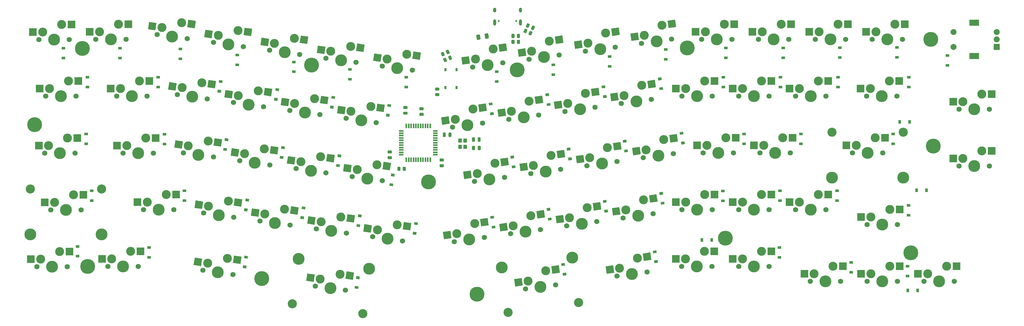
<source format=gbs>
%TF.GenerationSoftware,KiCad,Pcbnew,(5.1.9)-1*%
%TF.CreationDate,2021-06-29T22:15:06+01:00*%
%TF.ProjectId,Paul PCB KICAD,5061756c-2050-4434-9220-4b494341442e,rev?*%
%TF.SameCoordinates,Original*%
%TF.FileFunction,Soldermask,Bot*%
%TF.FilePolarity,Negative*%
%FSLAX46Y46*%
G04 Gerber Fmt 4.6, Leading zero omitted, Abs format (unit mm)*
G04 Created by KiCad (PCBNEW (5.1.9)-1) date 2021-06-29 22:15:06*
%MOMM*%
%LPD*%
G01*
G04 APERTURE LIST*
%ADD10R,0.750000X1.000000*%
%ADD11C,3.000000*%
%ADD12C,3.987800*%
%ADD13C,1.750000*%
%ADD14R,2.550000X2.500000*%
%ADD15C,0.100000*%
%ADD16C,3.048000*%
%ADD17C,5.000000*%
%ADD18C,2.000000*%
%ADD19R,3.200000X2.000000*%
%ADD20R,2.000000X2.000000*%
%ADD21O,1.000000X1.600000*%
%ADD22O,1.000000X2.100000*%
%ADD23C,0.650000*%
%ADD24R,1.200000X1.400000*%
%ADD25R,0.900000X1.200000*%
%ADD26R,1.200000X0.900000*%
%ADD27R,0.550000X1.500000*%
%ADD28R,1.500000X0.550000*%
G04 APERTURE END LIST*
D10*
%TO.C,SW1*%
X142570000Y67050000D03*
X142570000Y73050000D03*
X138820000Y67050000D03*
X138820000Y73050000D03*
%TD*%
D11*
%TO.C,MX111*%
X244710000Y69227500D03*
D12*
X242170000Y64147500D03*
D11*
X238360000Y66687500D03*
D13*
X237090000Y64147500D03*
X247250000Y64147500D03*
D14*
X235085000Y66687500D03*
X248012000Y69227500D03*
%TD*%
D15*
%TO.C,MX3*%
G36*
X71165587Y84677124D02*
G01*
X71513520Y87152794D01*
X74038703Y86797902D01*
X73690770Y84322232D01*
X71165587Y84677124D01*
G37*
G36*
X58010892Y83960933D02*
G01*
X58358825Y86436603D01*
X60884008Y86081711D01*
X60536075Y83606041D01*
X58010892Y83960933D01*
G37*
D13*
X71140562Y80813001D03*
X61079438Y82226999D03*
D11*
X62690578Y84565530D03*
D12*
X66110000Y81520000D03*
D11*
X69332280Y86197062D03*
%TD*%
%TO.C,MX304*%
X103801313Y23630114D03*
D12*
X100579033Y18953052D03*
D11*
X97159611Y21998582D03*
D13*
X95548471Y19660051D03*
X105609595Y18246053D03*
D15*
G36*
X92479925Y21393985D02*
G01*
X92827858Y23869655D01*
X95353041Y23514763D01*
X95005108Y21039093D01*
X92479925Y21393985D01*
G37*
G36*
X105634620Y22110176D02*
G01*
X105982553Y24585846D01*
X108507736Y24230954D01*
X108159803Y21755284D01*
X105634620Y22110176D01*
G37*
%TD*%
D11*
%TO.C,MX14*%
X289463750Y88297500D03*
D12*
X286923750Y83217500D03*
D11*
X283113750Y85757500D03*
D13*
X281843750Y83217500D03*
X292003750Y83217500D03*
D14*
X279838750Y85757500D03*
X292765750Y88297500D03*
%TD*%
D11*
%TO.C,MX6*%
X125912280Y78247062D03*
D12*
X122690000Y73570000D03*
D11*
X119270578Y76615530D03*
D13*
X117659438Y74276999D03*
X127720562Y72863001D03*
D15*
G36*
X114590892Y76010933D02*
G01*
X114938825Y78486603D01*
X117464008Y78131711D01*
X117116075Y75656041D01*
X114590892Y76010933D01*
G37*
G36*
X127745587Y76727124D02*
G01*
X128093520Y79202794D01*
X130618703Y78847902D01*
X130270770Y76372232D01*
X127745587Y76727124D01*
G37*
%TD*%
D11*
%TO.C,MX414*%
X306790000Y7140000D03*
D12*
X304250000Y2060000D03*
D11*
X300440000Y4600000D03*
D13*
X299170000Y2060000D03*
X309330000Y2060000D03*
D14*
X297165000Y4600000D03*
X310092000Y7140000D03*
%TD*%
D11*
%TO.C,MX412*%
X287760000Y7130000D03*
D12*
X285220000Y2050000D03*
D11*
X281410000Y4590000D03*
D13*
X280140000Y2050000D03*
X290300000Y2050000D03*
D14*
X278135000Y4590000D03*
X291062000Y7130000D03*
%TD*%
D11*
%TO.C,MX411*%
X268730000Y7140000D03*
D12*
X266190000Y2060000D03*
D11*
X262380000Y4600000D03*
D13*
X261110000Y2060000D03*
X271270000Y2060000D03*
D14*
X259105000Y4600000D03*
X272032000Y7140000D03*
%TD*%
D11*
%TO.C,MX410*%
X244720000Y12090000D03*
D12*
X242180000Y7010000D03*
D11*
X238370000Y9550000D03*
D13*
X237100000Y7010000D03*
X247260000Y7010000D03*
D14*
X235095000Y9550000D03*
X248022000Y12090000D03*
%TD*%
D11*
%TO.C,MX409*%
X225650000Y12090000D03*
D12*
X223110000Y7010000D03*
D11*
X219300000Y9550000D03*
D13*
X218030000Y7010000D03*
X228190000Y7010000D03*
D14*
X216025000Y9550000D03*
X228952000Y12090000D03*
%TD*%
D11*
%TO.C,MX408*%
X203143558Y9862189D03*
D12*
X201335276Y4478128D03*
D11*
X197208855Y6463159D03*
D13*
X196304714Y3771129D03*
X206365838Y5185127D03*
D15*
G36*
X192877102Y4592086D02*
G01*
X192529169Y7067756D01*
X195054352Y7422648D01*
X195402285Y4946978D01*
X192877102Y4592086D01*
G37*
G36*
X205324798Y8906458D02*
G01*
X204976865Y11382128D01*
X207502048Y11737020D01*
X207849981Y9261350D01*
X205324798Y8906458D01*
G37*
%TD*%
D11*
%TO.C,MX405*%
X148614642Y21435865D03*
D12*
X146806360Y16051804D03*
D11*
X142679939Y18036835D03*
D13*
X141775798Y15344805D03*
X151836922Y16758803D03*
D15*
G36*
X138348186Y16165762D02*
G01*
X138000253Y18641432D01*
X140525436Y18996324D01*
X140873369Y16520654D01*
X138348186Y16165762D01*
G37*
G36*
X150795882Y20480134D02*
G01*
X150447949Y22955804D01*
X152973132Y23310696D01*
X153321065Y20835026D01*
X150795882Y20480134D01*
G37*
%TD*%
D11*
%TO.C,MX314*%
X318620000Y45820000D03*
D12*
X316080000Y40740000D03*
D11*
X312270000Y43280000D03*
D13*
X311000000Y40740000D03*
X321160000Y40740000D03*
D14*
X308995000Y43280000D03*
X321922000Y45820000D03*
%TD*%
D11*
%TO.C,MX312*%
X287760000Y26180000D03*
D12*
X285220000Y21100000D03*
D11*
X281410000Y23640000D03*
D13*
X280140000Y21100000D03*
X290300000Y21100000D03*
D14*
X278135000Y23640000D03*
X291062000Y26180000D03*
%TD*%
D11*
%TO.C,MX311*%
X263760000Y31127500D03*
D12*
X261220000Y26047500D03*
D11*
X257410000Y28587500D03*
D13*
X256140000Y26047500D03*
X266300000Y26047500D03*
D14*
X254135000Y28587500D03*
X267062000Y31127500D03*
%TD*%
D11*
%TO.C,MX310*%
X244710000Y31127500D03*
D12*
X242170000Y26047500D03*
D11*
X238360000Y28587500D03*
D13*
X237090000Y26047500D03*
X247250000Y26047500D03*
D14*
X235085000Y28587500D03*
X248012000Y31127500D03*
%TD*%
D11*
%TO.C,MX309*%
X225660000Y31127500D03*
D12*
X223120000Y26047500D03*
D11*
X219310000Y28587500D03*
D13*
X218040000Y26047500D03*
X228200000Y26047500D03*
D14*
X216035000Y28587500D03*
X228962000Y31127500D03*
%TD*%
D11*
%TO.C,MX308*%
X205208462Y29389608D03*
D12*
X203400180Y24005547D03*
D11*
X199273759Y25990578D03*
D13*
X198369618Y23298548D03*
X208430742Y24712546D03*
D15*
G36*
X194942006Y24119505D02*
G01*
X194594073Y26595175D01*
X197119256Y26950067D01*
X197467189Y24474397D01*
X194942006Y24119505D01*
G37*
G36*
X207389702Y28433877D02*
G01*
X207041769Y30909547D01*
X209566952Y31264439D01*
X209914885Y28788769D01*
X207389702Y28433877D01*
G37*
%TD*%
D11*
%TO.C,MX307*%
X186343855Y26738360D03*
D12*
X184535573Y21354299D03*
D11*
X180409152Y23339330D03*
D13*
X179505011Y20647300D03*
X189566135Y22061298D03*
D15*
G36*
X176077399Y21468257D02*
G01*
X175729466Y23943927D01*
X178254649Y24298819D01*
X178602582Y21823149D01*
X176077399Y21468257D01*
G37*
G36*
X188525095Y25782629D02*
G01*
X188177162Y28258299D01*
X190702345Y28613191D01*
X191050278Y26137521D01*
X188525095Y25782629D01*
G37*
%TD*%
D11*
%TO.C,MX306*%
X167479249Y24087113D03*
D12*
X165670967Y18703052D03*
D11*
X161544546Y20688083D03*
D13*
X160640405Y17996053D03*
X170701529Y19410051D03*
D15*
G36*
X157212793Y18817010D02*
G01*
X156864860Y21292680D01*
X159390043Y21647572D01*
X159737976Y19171902D01*
X157212793Y18817010D01*
G37*
G36*
X169660489Y23131382D02*
G01*
X169312556Y25607052D01*
X171837739Y25961944D01*
X172185672Y23486274D01*
X169660489Y23131382D01*
G37*
%TD*%
D11*
%TO.C,MX305*%
X122665920Y20978866D03*
D12*
X119443640Y16301804D03*
D11*
X116024218Y19347334D03*
D13*
X114413078Y17008803D03*
X124474202Y15594805D03*
D15*
G36*
X111344532Y18742737D02*
G01*
X111692465Y21218407D01*
X114217648Y20863515D01*
X113869715Y18387845D01*
X111344532Y18742737D01*
G37*
G36*
X124499227Y19458928D02*
G01*
X124847160Y21934598D01*
X127372343Y21579706D01*
X127024410Y19104036D01*
X124499227Y19458928D01*
G37*
%TD*%
D11*
%TO.C,MX303*%
X84936707Y26281361D03*
D12*
X81714427Y21604299D03*
D11*
X78295005Y24649829D03*
D13*
X76683865Y22311298D03*
X86744989Y20897300D03*
D15*
G36*
X73615319Y24045232D02*
G01*
X73963252Y26520902D01*
X76488435Y26166010D01*
X76140502Y23690340D01*
X73615319Y24045232D01*
G37*
G36*
X86770014Y24761423D02*
G01*
X87117947Y27237093D01*
X89643130Y26882201D01*
X89295197Y24406531D01*
X86770014Y24761423D01*
G37*
%TD*%
D11*
%TO.C,MX302*%
X66072100Y28932609D03*
D12*
X62849820Y24255547D03*
D11*
X59430398Y27301077D03*
D13*
X57819258Y24962546D03*
X67880382Y23548548D03*
D15*
G36*
X54750712Y26696480D02*
G01*
X55098645Y29172150D01*
X57623828Y28817258D01*
X57275895Y26341588D01*
X54750712Y26696480D01*
G37*
G36*
X67905407Y27412671D02*
G01*
X68253340Y29888341D01*
X70778523Y29533449D01*
X70430590Y27057779D01*
X67905407Y27412671D01*
G37*
%TD*%
D11*
%TO.C,MX301*%
X45260000Y31120000D03*
D12*
X42720000Y26040000D03*
D11*
X38910000Y28580000D03*
D13*
X37640000Y26040000D03*
X47800000Y26040000D03*
D14*
X35635000Y28580000D03*
X48562000Y31120000D03*
%TD*%
D11*
%TO.C,MX214*%
X318620000Y64840000D03*
D12*
X316080000Y59760000D03*
D11*
X312270000Y62300000D03*
D13*
X311000000Y59760000D03*
X321160000Y59760000D03*
D14*
X308995000Y62300000D03*
X321922000Y64840000D03*
%TD*%
D11*
%TO.C,MX211*%
X251853750Y50177500D03*
D12*
X249313750Y45097500D03*
D11*
X245503750Y47637500D03*
D13*
X244233750Y45097500D03*
X254393750Y45097500D03*
D14*
X242228750Y47637500D03*
X255155750Y50177500D03*
%TD*%
D11*
%TO.C,MX210*%
X232803750Y50177500D03*
D12*
X230263750Y45097500D03*
D11*
X226453750Y47637500D03*
D13*
X225183750Y45097500D03*
X235343750Y45097500D03*
D14*
X223178750Y47637500D03*
X236105750Y50177500D03*
%TD*%
D11*
%TO.C,MX209*%
X211989518Y49579838D03*
D12*
X210181236Y44195777D03*
D11*
X206054815Y46180808D03*
D13*
X205150674Y43488778D03*
X215211798Y44902776D03*
D15*
G36*
X201723062Y44309735D02*
G01*
X201375129Y46785405D01*
X203900312Y47140297D01*
X204248245Y44664627D01*
X201723062Y44309735D01*
G37*
G36*
X214170758Y48624107D02*
G01*
X213822825Y51099777D01*
X216348008Y51454669D01*
X216695941Y48978999D01*
X214170758Y48624107D01*
G37*
%TD*%
D11*
%TO.C,MX208*%
X193124911Y46928591D03*
D12*
X191316629Y41544530D03*
D11*
X187190208Y43529561D03*
D13*
X186286067Y40837531D03*
X196347191Y42251529D03*
D15*
G36*
X182858455Y41658488D02*
G01*
X182510522Y44134158D01*
X185035705Y44489050D01*
X185383638Y42013380D01*
X182858455Y41658488D01*
G37*
G36*
X195306151Y45972860D02*
G01*
X194958218Y48448530D01*
X197483401Y48803422D01*
X197831334Y46327752D01*
X195306151Y45972860D01*
G37*
%TD*%
D11*
%TO.C,MX207*%
X174260304Y44277343D03*
D12*
X172452022Y38893282D03*
D11*
X168325601Y40878313D03*
D13*
X167421460Y38186283D03*
X177482584Y39600281D03*
D15*
G36*
X163993848Y39007240D02*
G01*
X163645915Y41482910D01*
X166171098Y41837802D01*
X166519031Y39362132D01*
X163993848Y39007240D01*
G37*
G36*
X176441544Y43321612D02*
G01*
X176093611Y45797282D01*
X178618794Y46152174D01*
X178966727Y43676504D01*
X176441544Y43321612D01*
G37*
%TD*%
D11*
%TO.C,MX206*%
X155395698Y41626096D03*
D12*
X153587416Y36242035D03*
D11*
X149460995Y38227066D03*
D13*
X148556854Y35535036D03*
X158617978Y36949034D03*
D15*
G36*
X145129242Y36355993D02*
G01*
X144781309Y38831663D01*
X147306492Y39186555D01*
X147654425Y36710885D01*
X145129242Y36355993D01*
G37*
G36*
X157576938Y40670365D02*
G01*
X157229005Y43146035D01*
X159754188Y43500927D01*
X160102121Y41025257D01*
X157576938Y40670365D01*
G37*
%TD*%
D11*
%TO.C,MX205*%
X115884864Y41169097D03*
D12*
X112662584Y36492035D03*
D11*
X109243162Y39537565D03*
D13*
X107632022Y37199034D03*
X117693146Y35785036D03*
D15*
G36*
X104563476Y38932968D02*
G01*
X104911409Y41408638D01*
X107436592Y41053746D01*
X107088659Y38578076D01*
X104563476Y38932968D01*
G37*
G36*
X117718171Y39649159D02*
G01*
X118066104Y42124829D01*
X120591287Y41769937D01*
X120243354Y39294267D01*
X117718171Y39649159D01*
G37*
%TD*%
D11*
%TO.C,MX204*%
X97020258Y43820344D03*
D12*
X93797978Y39143282D03*
D11*
X90378556Y42188812D03*
D13*
X88767416Y39850281D03*
X98828540Y38436283D03*
D15*
G36*
X85698870Y41584215D02*
G01*
X86046803Y44059885D01*
X88571986Y43704993D01*
X88224053Y41229323D01*
X85698870Y41584215D01*
G37*
G36*
X98853565Y42300406D02*
G01*
X99201498Y44776076D01*
X101726681Y44421184D01*
X101378748Y41945514D01*
X98853565Y42300406D01*
G37*
%TD*%
D11*
%TO.C,MX203*%
X78155651Y46471592D03*
D12*
X74933371Y41794530D03*
D11*
X71513949Y44840060D03*
D13*
X69902809Y42501529D03*
X79963933Y41087531D03*
D15*
G36*
X66834263Y44235463D02*
G01*
X67182196Y46711133D01*
X69707379Y46356241D01*
X69359446Y43880571D01*
X66834263Y44235463D01*
G37*
G36*
X79988958Y44951654D02*
G01*
X80336891Y47427324D01*
X82862074Y47072432D01*
X82514141Y44596762D01*
X79988958Y44951654D01*
G37*
%TD*%
D11*
%TO.C,MX202*%
X59291044Y49122839D03*
D12*
X56068764Y44445777D03*
D11*
X52649342Y47491307D03*
D13*
X51038202Y45152776D03*
X61099326Y43738778D03*
D15*
G36*
X47969656Y46886710D02*
G01*
X48317589Y49362380D01*
X50842772Y49007488D01*
X50494839Y46531818D01*
X47969656Y46886710D01*
G37*
G36*
X61124351Y47602901D02*
G01*
X61472284Y50078571D01*
X63997467Y49723679D01*
X63649534Y47248009D01*
X61124351Y47602901D01*
G37*
%TD*%
D11*
%TO.C,MX201*%
X38430000Y50140000D03*
D12*
X35890000Y45060000D03*
D11*
X32080000Y47600000D03*
D13*
X30810000Y45060000D03*
X40970000Y45060000D03*
D14*
X28805000Y47600000D03*
X41732000Y50140000D03*
%TD*%
D11*
%TO.C,MX112*%
X263760000Y69227500D03*
D12*
X261220000Y64147500D03*
D11*
X257410000Y66687500D03*
D13*
X256140000Y64147500D03*
X266300000Y64147500D03*
D14*
X254135000Y66687500D03*
X267062000Y69227500D03*
%TD*%
D11*
%TO.C,MX110*%
X225660000Y69227500D03*
D12*
X223120000Y64147500D03*
D11*
X219310000Y66687500D03*
D13*
X218040000Y64147500D03*
X228200000Y64147500D03*
D14*
X216035000Y66687500D03*
X228962000Y69227500D03*
%TD*%
D11*
%TO.C,MX109*%
X204622119Y67781633D03*
D12*
X202813837Y62397572D03*
D11*
X198687416Y64382603D03*
D13*
X197783275Y61690573D03*
X207844399Y63104571D03*
D15*
G36*
X194355663Y62511530D02*
G01*
X194007730Y64987200D01*
X196532913Y65342092D01*
X196880846Y62866422D01*
X194355663Y62511530D01*
G37*
G36*
X206803359Y66825902D02*
G01*
X206455426Y69301572D01*
X208980609Y69656464D01*
X209328542Y67180794D01*
X206803359Y66825902D01*
G37*
%TD*%
D11*
%TO.C,MX108*%
X185757512Y65130386D03*
D12*
X183949230Y59746325D03*
D11*
X179822809Y61731356D03*
D13*
X178918668Y59039326D03*
X188979792Y60453324D03*
D15*
G36*
X175491056Y59860283D02*
G01*
X175143123Y62335953D01*
X177668306Y62690845D01*
X178016239Y60215175D01*
X175491056Y59860283D01*
G37*
G36*
X187938752Y64174655D02*
G01*
X187590819Y66650325D01*
X190116002Y67005217D01*
X190463935Y64529547D01*
X187938752Y64174655D01*
G37*
%TD*%
D11*
%TO.C,MX107*%
X166892905Y62479138D03*
D12*
X165084623Y57095077D03*
D11*
X160958202Y59080108D03*
D13*
X160054061Y56388078D03*
X170115185Y57802076D03*
D15*
G36*
X156626449Y57209035D02*
G01*
X156278516Y59684705D01*
X158803699Y60039597D01*
X159151632Y57563927D01*
X156626449Y57209035D01*
G37*
G36*
X169074145Y61523407D02*
G01*
X168726212Y63999077D01*
X171251395Y64353969D01*
X171599328Y61878299D01*
X169074145Y61523407D01*
G37*
%TD*%
D11*
%TO.C,MX106*%
X148028299Y59827890D03*
D12*
X146220017Y54443829D03*
D11*
X142093596Y56428860D03*
D13*
X141189455Y53736830D03*
X151250579Y55150828D03*
D15*
G36*
X137761843Y54557787D02*
G01*
X137413910Y57033457D01*
X139939093Y57388349D01*
X140287026Y54912679D01*
X137761843Y54557787D01*
G37*
G36*
X150209539Y58872159D02*
G01*
X149861606Y61347829D01*
X152386789Y61702721D01*
X152734722Y59227051D01*
X150209539Y58872159D01*
G37*
%TD*%
D11*
%TO.C,MX105*%
X113819960Y60696515D03*
D12*
X110597680Y56019453D03*
D11*
X107178258Y59064983D03*
D13*
X105567118Y56726452D03*
X115628242Y55312454D03*
D15*
G36*
X102498572Y58460386D02*
G01*
X102846505Y60936056D01*
X105371688Y60581164D01*
X105023755Y58105494D01*
X102498572Y58460386D01*
G37*
G36*
X115653267Y59176577D02*
G01*
X116001200Y61652247D01*
X118526383Y61297355D01*
X118178450Y58821685D01*
X115653267Y59176577D01*
G37*
%TD*%
D11*
%TO.C,MX104*%
X94955353Y63347763D03*
D12*
X91733073Y58670701D03*
D11*
X88313651Y61716231D03*
D13*
X86702511Y59377700D03*
X96763635Y57963702D03*
D15*
G36*
X83633965Y61111634D02*
G01*
X83981898Y63587304D01*
X86507081Y63232412D01*
X86159148Y60756742D01*
X83633965Y61111634D01*
G37*
G36*
X96788660Y61827825D02*
G01*
X97136593Y64303495D01*
X99661776Y63948603D01*
X99313843Y61472933D01*
X96788660Y61827825D01*
G37*
%TD*%
D11*
%TO.C,MX103*%
X76090747Y65999010D03*
D12*
X72868467Y61321948D03*
D11*
X69449045Y64367478D03*
D13*
X67837905Y62028947D03*
X77899029Y60614949D03*
D15*
G36*
X64769359Y63762881D02*
G01*
X65117292Y66238551D01*
X67642475Y65883659D01*
X67294542Y63407989D01*
X64769359Y63762881D01*
G37*
G36*
X77924054Y64479072D02*
G01*
X78271987Y66954742D01*
X80797170Y66599850D01*
X80449237Y64124180D01*
X77924054Y64479072D01*
G37*
%TD*%
D11*
%TO.C,MX102*%
X57226140Y68650258D03*
D12*
X54003860Y63973196D03*
D11*
X50584438Y67018726D03*
D13*
X48973298Y64680195D03*
X59034422Y63266197D03*
D15*
G36*
X45904752Y66414129D02*
G01*
X46252685Y68889799D01*
X48777868Y68534907D01*
X48429935Y66059237D01*
X45904752Y66414129D01*
G37*
G36*
X59059447Y67130320D02*
G01*
X59407380Y69605990D01*
X61932563Y69251098D01*
X61584630Y66775428D01*
X59059447Y67130320D01*
G37*
%TD*%
D11*
%TO.C,MX101*%
X36310000Y69220000D03*
D12*
X33770000Y64140000D03*
D11*
X29960000Y66680000D03*
D13*
X28690000Y64140000D03*
X38850000Y64140000D03*
D14*
X26685000Y66680000D03*
X39612000Y69220000D03*
%TD*%
D11*
%TO.C,MX13*%
X270413750Y88297500D03*
D12*
X267873750Y83217500D03*
D11*
X264063750Y85757500D03*
D13*
X262793750Y83217500D03*
X272953750Y83217500D03*
D14*
X260788750Y85757500D03*
X273715750Y88297500D03*
%TD*%
D11*
%TO.C,MX12*%
X251363750Y88297500D03*
D12*
X248823750Y83217500D03*
D11*
X245013750Y85757500D03*
D13*
X243743750Y83217500D03*
X253903750Y83217500D03*
D14*
X241738750Y85757500D03*
X254665750Y88297500D03*
%TD*%
D11*
%TO.C,MX11*%
X232313750Y88297500D03*
D12*
X229773750Y83217500D03*
D11*
X225963750Y85757500D03*
D13*
X224693750Y83217500D03*
X234853750Y83217500D03*
D14*
X222688750Y85757500D03*
X235615750Y88297500D03*
%TD*%
D11*
%TO.C,MX10*%
X211403174Y87971864D03*
D12*
X209594892Y82587803D03*
D11*
X205468471Y84572834D03*
D13*
X204564330Y81880804D03*
X214625454Y83294802D03*
D15*
G36*
X201136718Y82701761D02*
G01*
X200788785Y85177431D01*
X203313968Y85532323D01*
X203661901Y83056653D01*
X201136718Y82701761D01*
G37*
G36*
X213584414Y87016133D02*
G01*
X213236481Y89491803D01*
X215761664Y89846695D01*
X216109597Y87371025D01*
X213584414Y87016133D01*
G37*
%TD*%
D11*
%TO.C,MX9*%
X192538568Y85320616D03*
D12*
X190730286Y79936555D03*
D11*
X186603865Y81921586D03*
D13*
X185699724Y79229556D03*
X195760848Y80643554D03*
D15*
G36*
X182272112Y80050513D02*
G01*
X181924179Y82526183D01*
X184449362Y82881075D01*
X184797295Y80405405D01*
X182272112Y80050513D01*
G37*
G36*
X194719808Y84364885D02*
G01*
X194371875Y86840555D01*
X196897058Y87195447D01*
X197244991Y84719777D01*
X194719808Y84364885D01*
G37*
%TD*%
D11*
%TO.C,MX8*%
X173673961Y82669368D03*
D12*
X171865679Y77285307D03*
D11*
X167739258Y79270338D03*
D13*
X166835117Y76578308D03*
X176896241Y77992306D03*
D15*
G36*
X163407505Y77399265D02*
G01*
X163059572Y79874935D01*
X165584755Y80229827D01*
X165932688Y77754157D01*
X163407505Y77399265D01*
G37*
G36*
X175855201Y81713637D02*
G01*
X175507268Y84189307D01*
X178032451Y84544199D01*
X178380384Y82068529D01*
X175855201Y81713637D01*
G37*
%TD*%
D11*
%TO.C,MX7*%
X154809354Y80018121D03*
D12*
X153001072Y74634060D03*
D11*
X148874651Y76619091D03*
D13*
X147970510Y73927061D03*
X158031634Y75341059D03*
D15*
G36*
X144542898Y74748018D02*
G01*
X144194965Y77223688D01*
X146720148Y77578580D01*
X147068081Y75102910D01*
X144542898Y74748018D01*
G37*
G36*
X156990594Y79062390D02*
G01*
X156642661Y81538060D01*
X159167844Y81892952D01*
X159515777Y79417282D01*
X156990594Y79062390D01*
G37*
%TD*%
D11*
%TO.C,MX5*%
X107062280Y80887062D03*
D12*
X103840000Y76210000D03*
D11*
X100420578Y79255530D03*
D13*
X98809438Y76916999D03*
X108870562Y75503001D03*
D15*
G36*
X95740892Y78650933D02*
G01*
X96088825Y81126603D01*
X98614008Y80771711D01*
X98266075Y78296041D01*
X95740892Y78650933D01*
G37*
G36*
X108895587Y79367124D02*
G01*
X109243520Y81842794D01*
X111768703Y81487902D01*
X111420770Y79012232D01*
X108895587Y79367124D01*
G37*
%TD*%
D11*
%TO.C,MX4*%
X88182280Y83547062D03*
D12*
X84960000Y78870000D03*
D11*
X81540578Y81915530D03*
D13*
X79929438Y79576999D03*
X89990562Y78163001D03*
D15*
G36*
X76860892Y81310933D02*
G01*
X77208825Y83786603D01*
X79734008Y83431711D01*
X79386075Y80956041D01*
X76860892Y81310933D01*
G37*
G36*
X90015587Y82027124D02*
G01*
X90363520Y84502794D01*
X92888703Y84147902D01*
X92540770Y81672232D01*
X90015587Y82027124D01*
G37*
%TD*%
D11*
%TO.C,MX2*%
X50462280Y88837062D03*
D12*
X47240000Y84160000D03*
D11*
X43820578Y87205530D03*
D13*
X42209438Y84866999D03*
X52270562Y83453001D03*
D15*
G36*
X39140892Y86600933D02*
G01*
X39488825Y89076603D01*
X42014008Y88721711D01*
X41666075Y86246041D01*
X39140892Y86600933D01*
G37*
G36*
X52295587Y87317124D02*
G01*
X52643520Y89792794D01*
X55168703Y89437902D01*
X54820770Y86962232D01*
X52295587Y87317124D01*
G37*
%TD*%
D11*
%TO.C,MX1*%
X29250000Y88290000D03*
D12*
X26710000Y83210000D03*
D11*
X22900000Y85750000D03*
D13*
X21630000Y83210000D03*
X31790000Y83210000D03*
D14*
X19625000Y85750000D03*
X32552000Y88290000D03*
%TD*%
D11*
%TO.C,MX0*%
X10210000Y88260000D03*
D12*
X7670000Y83180000D03*
D11*
X3860000Y85720000D03*
D13*
X2590000Y83180000D03*
X12750000Y83180000D03*
D14*
X585000Y85720000D03*
X13512000Y88260000D03*
%TD*%
D11*
%TO.C,MX113*%
X287572500Y69227500D03*
D12*
X285032500Y64147500D03*
D11*
X281222500Y66687500D03*
D13*
X279952500Y64147500D03*
X290112500Y64147500D03*
D14*
X277947500Y66687500D03*
X290874500Y69227500D03*
%TD*%
D11*
%TO.C,MX100*%
X12500000Y69220000D03*
D12*
X9960000Y64140000D03*
D11*
X6150000Y66680000D03*
D13*
X4880000Y64140000D03*
X15040000Y64140000D03*
D14*
X2875000Y66680000D03*
X15802000Y69220000D03*
%TD*%
D11*
%TO.C,MX300*%
X14210000Y31110000D03*
D12*
X11670000Y26030000D03*
D11*
X7860000Y28570000D03*
D13*
X6590000Y26030000D03*
X16750000Y26030000D03*
D14*
X4585000Y28570000D03*
X17512000Y31110000D03*
D16*
X23608000Y33015000D03*
X-268000Y33015000D03*
D12*
X23608000Y17775000D03*
X-268000Y17775000D03*
%TD*%
D11*
%TO.C,MX212*%
X282810000Y50177500D03*
D12*
X280270000Y45097500D03*
D11*
X276460000Y47637500D03*
D13*
X275190000Y45097500D03*
X285350000Y45097500D03*
D14*
X273185000Y47637500D03*
X286112000Y50177500D03*
D16*
X292208000Y52082500D03*
X268332000Y52082500D03*
D12*
X292208000Y36842500D03*
X268332000Y36842500D03*
%TD*%
D11*
%TO.C,MX200*%
X12200000Y50160000D03*
D12*
X9660000Y45080000D03*
D11*
X5850000Y47620000D03*
D13*
X4580000Y45080000D03*
X14740000Y45080000D03*
D14*
X2575000Y47620000D03*
X15502000Y50160000D03*
%TD*%
D11*
%TO.C,MX402*%
X65778928Y9736596D03*
D12*
X62556648Y5059534D03*
D11*
X59137226Y8105064D03*
D13*
X57526086Y5766533D03*
X67587210Y4352535D03*
D15*
G36*
X54457540Y7500467D02*
G01*
X54805473Y9976137D01*
X57330656Y9621245D01*
X56982723Y7145575D01*
X54457540Y7500467D01*
G37*
G36*
X67612235Y8216658D02*
G01*
X67960168Y10692328D01*
X70485351Y10337436D01*
X70137418Y7861766D01*
X67612235Y8216658D01*
G37*
%TD*%
D11*
%TO.C,MX401*%
X33360000Y12080000D03*
D12*
X30820000Y7000000D03*
D11*
X27010000Y9540000D03*
D13*
X25740000Y7000000D03*
X35900000Y7000000D03*
D14*
X23735000Y9540000D03*
X36662000Y12080000D03*
%TD*%
D11*
%TO.C,MX400*%
X9520000Y12060000D03*
D12*
X6980000Y6980000D03*
D11*
X3170000Y9520000D03*
D13*
X1900000Y6980000D03*
X12060000Y6980000D03*
D14*
X-105000Y9520000D03*
X12822000Y12060000D03*
%TD*%
D11*
%TO.C,MX406*%
X172488572Y5553912D03*
D12*
X170680290Y169851D03*
D11*
X166553869Y2154882D03*
D13*
X165649728Y-537148D03*
X175710852Y876850D03*
D15*
G36*
X162222116Y283809D02*
G01*
X161874183Y2759479D01*
X164399366Y3114371D01*
X164747299Y638701D01*
X162222116Y283809D01*
G37*
G36*
X174669812Y4598181D02*
G01*
X174321879Y7073851D01*
X176847062Y7428743D01*
X177194995Y4953073D01*
X174669812Y4598181D01*
G37*
D16*
X183474234Y-5085723D03*
X159830594Y-8408620D03*
D12*
X181353236Y10005962D03*
X157709596Y6683065D03*
%TD*%
D11*
%TO.C,MX404*%
X103508142Y4434101D03*
D12*
X100285862Y-242961D03*
D11*
X96866440Y2802569D03*
D13*
X95255300Y464038D03*
X105316424Y-949960D03*
D15*
G36*
X92186754Y2197972D02*
G01*
X92534687Y4673642D01*
X95059870Y4318750D01*
X94711937Y1843080D01*
X92186754Y2197972D01*
G37*
G36*
X105341449Y2914163D02*
G01*
X105689382Y5389833D01*
X108214565Y5034941D01*
X107866632Y2559271D01*
X105341449Y2914163D01*
G37*
D16*
X111135558Y-8821432D03*
X87491918Y-5498535D03*
D12*
X113256556Y6270253D03*
X89612916Y9593150D03*
%TD*%
D17*
%TO.C,2.5*%
X133136887Y35392650D03*
%TD*%
%TO.C,2.5*%
X77258161Y3003314D03*
%TD*%
%TO.C,2.5*%
X219885384Y80385180D03*
%TD*%
%TO.C,2.5*%
X18906250Y7000000D03*
%TD*%
%TO.C,2.5*%
X162859822Y72980677D03*
%TD*%
%TO.C,2.5*%
X294750250Y11573500D03*
%TD*%
%TO.C,2.5*%
X93981649Y74572360D03*
%TD*%
%TO.C,2.5*%
X149396946Y-2325869D03*
%TD*%
%TO.C,2.5*%
X302349875Y47386750D03*
%TD*%
%TO.C,2.5*%
X17192000Y80200000D03*
%TD*%
%TO.C,2.5*%
X232647250Y16524999D03*
%TD*%
%TO.C,2.5*%
X301512250Y83200000D03*
%TD*%
%TO.C,2.5*%
X1152800Y54625000D03*
%TD*%
D18*
%TO.C,RotaryEncoder1*%
X309080000Y85700000D03*
X309080000Y80700000D03*
D19*
X316080000Y88800000D03*
X316080000Y77600000D03*
D18*
X323580000Y85700000D03*
X323580000Y83200000D03*
D20*
X323580000Y80700000D03*
%TD*%
%TO.C,R3*%
G36*
G01*
X161992500Y82850002D02*
X161992500Y81949998D01*
G75*
G02*
X161742502Y81700000I-249998J0D01*
G01*
X161217498Y81700000D01*
G75*
G02*
X160967500Y81949998I0J249998D01*
G01*
X160967500Y82850002D01*
G75*
G02*
X161217498Y83100000I249998J0D01*
G01*
X161742502Y83100000D01*
G75*
G02*
X161992500Y82850002I0J-249998D01*
G01*
G37*
G36*
G01*
X163817500Y82850002D02*
X163817500Y81949998D01*
G75*
G02*
X163567502Y81700000I-249998J0D01*
G01*
X163042498Y81700000D01*
G75*
G02*
X162792500Y81949998I0J249998D01*
G01*
X162792500Y82850002D01*
G75*
G02*
X163042498Y83100000I249998J0D01*
G01*
X163567502Y83100000D01*
G75*
G02*
X163817500Y82850002I0J-249998D01*
G01*
G37*
%TD*%
%TO.C,R2*%
G36*
G01*
X163817500Y84840002D02*
X163817500Y83939998D01*
G75*
G02*
X163567502Y83690000I-249998J0D01*
G01*
X163042498Y83690000D01*
G75*
G02*
X162792500Y83939998I0J249998D01*
G01*
X162792500Y84840002D01*
G75*
G02*
X163042498Y85090000I249998J0D01*
G01*
X163567502Y85090000D01*
G75*
G02*
X163817500Y84840002I0J-249998D01*
G01*
G37*
G36*
G01*
X161992500Y84840002D02*
X161992500Y83939998D01*
G75*
G02*
X161742502Y83690000I-249998J0D01*
G01*
X161217498Y83690000D01*
G75*
G02*
X160967500Y83939998I0J249998D01*
G01*
X160967500Y84840002D01*
G75*
G02*
X161217498Y85090000I249998J0D01*
G01*
X161742502Y85090000D01*
G75*
G02*
X161992500Y84840002I0J-249998D01*
G01*
G37*
%TD*%
%TO.C,R1*%
G36*
G01*
X166304431Y86248320D02*
X165945555Y85422963D01*
G75*
G02*
X165616606Y85293386I-229263J99686D01*
G01*
X165135146Y85502731D01*
G75*
G02*
X165005569Y85831680I99686J229263D01*
G01*
X165364445Y86657037D01*
G75*
G02*
X165693394Y86786614I229263J-99686D01*
G01*
X166174854Y86577269D01*
G75*
G02*
X166304431Y86248320I-99686J-229263D01*
G01*
G37*
G36*
G01*
X167978065Y85520602D02*
X167619189Y84695245D01*
G75*
G02*
X167290240Y84565668I-229263J99686D01*
G01*
X166808780Y84775013D01*
G75*
G02*
X166679203Y85103962I99686J229263D01*
G01*
X167038079Y85929319D01*
G75*
G02*
X167367028Y86058896I229263J-99686D01*
G01*
X167848488Y85849551D01*
G75*
G02*
X167978065Y85520602I-99686J-229263D01*
G01*
G37*
%TD*%
%TO.C,C1*%
G36*
G01*
X167077936Y88101229D02*
X166699124Y87230022D01*
G75*
G02*
X166370172Y87100444I-229265J99687D01*
G01*
X165911642Y87299819D01*
G75*
G02*
X165782064Y87628771I99687J229265D01*
G01*
X166160876Y88499978D01*
G75*
G02*
X166489828Y88629556I229265J-99687D01*
G01*
X166948358Y88430181D01*
G75*
G02*
X167077936Y88101229I-99687J-229265D01*
G01*
G37*
G36*
G01*
X168820350Y87343605D02*
X168441538Y86472398D01*
G75*
G02*
X168112586Y86342820I-229265J99687D01*
G01*
X167654056Y86542195D01*
G75*
G02*
X167524478Y86871147I99687J229265D01*
G01*
X167903290Y87742354D01*
G75*
G02*
X168232242Y87871932I229265J-99687D01*
G01*
X168690772Y87672557D01*
G75*
G02*
X168820350Y87343605I-99687J-229265D01*
G01*
G37*
%TD*%
D21*
%TO.C,USB1*%
X155310000Y93080000D03*
X163950000Y93080000D03*
D22*
X155310000Y88900000D03*
X163950000Y88900000D03*
D23*
X162520000Y89430000D03*
X156740000Y89430000D03*
%TD*%
D24*
%TO.C,Y1*%
X143780000Y47120000D03*
X143780000Y49320000D03*
X145480000Y49320000D03*
X145480000Y47120000D03*
%TD*%
%TO.C,R7*%
G36*
G01*
X124550000Y39349998D02*
X124550000Y40250002D01*
G75*
G02*
X124799998Y40500000I249998J0D01*
G01*
X125325002Y40500000D01*
G75*
G02*
X125575000Y40250002I0J-249998D01*
G01*
X125575000Y39349998D01*
G75*
G02*
X125325002Y39100000I-249998J0D01*
G01*
X124799998Y39100000D01*
G75*
G02*
X124550000Y39349998I0J249998D01*
G01*
G37*
G36*
G01*
X122725000Y39349998D02*
X122725000Y40250002D01*
G75*
G02*
X122974998Y40500000I249998J0D01*
G01*
X123500002Y40500000D01*
G75*
G02*
X123750000Y40250002I0J-249998D01*
G01*
X123750000Y39349998D01*
G75*
G02*
X123500002Y39100000I-249998J0D01*
G01*
X122974998Y39100000D01*
G75*
G02*
X122725000Y39349998I0J249998D01*
G01*
G37*
%TD*%
%TO.C,R6*%
G36*
G01*
X136550002Y66037500D02*
X135649998Y66037500D01*
G75*
G02*
X135400000Y66287498I0J249998D01*
G01*
X135400000Y66812502D01*
G75*
G02*
X135649998Y67062500I249998J0D01*
G01*
X136550002Y67062500D01*
G75*
G02*
X136800000Y66812502I0J-249998D01*
G01*
X136800000Y66287498D01*
G75*
G02*
X136550002Y66037500I-249998J0D01*
G01*
G37*
G36*
G01*
X136550002Y64212500D02*
X135649998Y64212500D01*
G75*
G02*
X135400000Y64462498I0J249998D01*
G01*
X135400000Y64987502D01*
G75*
G02*
X135649998Y65237500I249998J0D01*
G01*
X136550002Y65237500D01*
G75*
G02*
X136800000Y64987502I0J-249998D01*
G01*
X136800000Y64462498D01*
G75*
G02*
X136550002Y64212500I-249998J0D01*
G01*
G37*
%TD*%
%TO.C,R5*%
G36*
G01*
X140109445Y76432963D02*
X139750569Y77258320D01*
G75*
G02*
X139880146Y77587269I229263J99686D01*
G01*
X140361606Y77796614D01*
G75*
G02*
X140690555Y77667037I99686J-229263D01*
G01*
X141049431Y76841680D01*
G75*
G02*
X140919854Y76512731I-229263J-99686D01*
G01*
X140438394Y76303386D01*
G75*
G02*
X140109445Y76432963I-99686J229263D01*
G01*
G37*
G36*
G01*
X138435811Y75705245D02*
X138076935Y76530602D01*
G75*
G02*
X138206512Y76859551I229263J99686D01*
G01*
X138687972Y77068896D01*
G75*
G02*
X139016921Y76939319I99686J-229263D01*
G01*
X139375797Y76113962D01*
G75*
G02*
X139246220Y75785013I-229263J-99686D01*
G01*
X138764760Y75575668D01*
G75*
G02*
X138435811Y75705245I-99686J229263D01*
G01*
G37*
%TD*%
%TO.C,R4*%
G36*
G01*
X139309445Y78382963D02*
X138950569Y79208320D01*
G75*
G02*
X139080146Y79537269I229263J99686D01*
G01*
X139561606Y79746614D01*
G75*
G02*
X139890555Y79617037I99686J-229263D01*
G01*
X140249431Y78791680D01*
G75*
G02*
X140119854Y78462731I-229263J-99686D01*
G01*
X139638394Y78253386D01*
G75*
G02*
X139309445Y78382963I-99686J229263D01*
G01*
G37*
G36*
G01*
X137635811Y77655245D02*
X137276935Y78480602D01*
G75*
G02*
X137406512Y78809551I229263J99686D01*
G01*
X137887972Y79018896D01*
G75*
G02*
X138216921Y78889319I99686J-229263D01*
G01*
X138575797Y78063962D01*
G75*
G02*
X138446220Y77735013I-229263J-99686D01*
G01*
X137964760Y77525668D01*
G75*
G02*
X137635811Y77655245I-99686J229263D01*
G01*
G37*
%TD*%
%TO.C,F1*%
G36*
G01*
X152118066Y83644100D02*
X151944099Y84881935D01*
G75*
G02*
X152156873Y85164295I247567J34793D01*
G01*
X152899574Y85268674D01*
G75*
G02*
X153181934Y85055900I34793J-247567D01*
G01*
X153355901Y83818065D01*
G75*
G02*
X153143127Y83535705I-247567J-34793D01*
G01*
X152400426Y83431326D01*
G75*
G02*
X152118066Y83644100I-34793J247567D01*
G01*
G37*
G36*
G01*
X149345316Y83254416D02*
X149171349Y84492251D01*
G75*
G02*
X149384123Y84774611I247567J34793D01*
G01*
X150126824Y84878990D01*
G75*
G02*
X150409184Y84666216I34793J-247567D01*
G01*
X150583151Y83428381D01*
G75*
G02*
X150370377Y83146021I-247567J-34793D01*
G01*
X149627676Y83041642D01*
G75*
G02*
X149345316Y83254416I-34793J247567D01*
G01*
G37*
%TD*%
D25*
%TO.C,D414*%
X297070000Y-1010000D03*
X293770000Y-1010000D03*
%TD*%
%TO.C,D314*%
X300070000Y32590000D03*
X296770000Y32590000D03*
%TD*%
%TO.C,D214*%
X294340000Y55540000D03*
X291040000Y55540000D03*
%TD*%
D26*
%TO.C,D114*%
X307100000Y77800000D03*
X307100000Y74500000D03*
%TD*%
%TO.C,D14*%
X290100000Y80500000D03*
X290100000Y77200000D03*
%TD*%
%TO.C,D113*%
X294150000Y67200000D03*
X294150000Y70500000D03*
%TD*%
%TO.C,D13*%
X271000000Y80400000D03*
X271000000Y77100000D03*
%TD*%
%TO.C,D412*%
X293720000Y7130000D03*
X293720000Y3830000D03*
%TD*%
%TO.C,D312*%
X294010000Y24200000D03*
X294010000Y27500000D03*
%TD*%
%TO.C,D212*%
X288890000Y48140000D03*
X288890000Y51440000D03*
%TD*%
%TO.C,D112*%
X270400000Y67200000D03*
X270400000Y70500000D03*
%TD*%
%TO.C,D12*%
X252000000Y80350000D03*
X252000000Y77050000D03*
%TD*%
%TO.C,D411*%
X274850000Y5090000D03*
X274850000Y8390000D03*
%TD*%
%TO.C,D311*%
X270080000Y29110000D03*
X270080000Y32410000D03*
%TD*%
%TO.C,D211*%
X257980000Y48150000D03*
X257980000Y51450000D03*
%TD*%
%TO.C,D111*%
X251100000Y67200000D03*
X251100000Y70500000D03*
%TD*%
%TO.C,D11*%
X232800000Y80350000D03*
X232800000Y77050000D03*
%TD*%
%TO.C,D410*%
X250780000Y10050000D03*
X250780000Y13350000D03*
%TD*%
%TO.C,D310*%
X250900000Y29100000D03*
X250900000Y32400000D03*
%TD*%
%TO.C,D210*%
X238950000Y48175000D03*
X238950000Y51475000D03*
%TD*%
%TO.C,D110*%
X232000000Y67200000D03*
X232000000Y70500000D03*
%TD*%
%TO.C,D10*%
X212700000Y79850000D03*
X212700000Y76550000D03*
%TD*%
D25*
%TO.C,D409*%
X228060000Y15890000D03*
X224760000Y15890000D03*
%TD*%
D26*
%TO.C,D309*%
X231780000Y29080000D03*
X231780000Y32380000D03*
%TD*%
D15*
%TO.C,D209*%
G36*
X217752483Y48844233D02*
G01*
X218940805Y49011240D01*
X219066061Y48119999D01*
X217877739Y47952992D01*
X217752483Y48844233D01*
G37*
G36*
X217293211Y52112117D02*
G01*
X218481533Y52279124D01*
X218606789Y51387883D01*
X217418467Y51220876D01*
X217293211Y52112117D01*
G37*
%TD*%
%TO.C,D109*%
G36*
X210472847Y67078175D02*
G01*
X211661169Y67245182D01*
X211786425Y66353941D01*
X210598103Y66186934D01*
X210472847Y67078175D01*
G37*
G36*
X210013575Y70346059D02*
G01*
X211201897Y70513066D01*
X211327153Y69621825D01*
X210138831Y69454818D01*
X210013575Y70346059D01*
G37*
%TD*%
D26*
%TO.C,D9*%
X193850000Y77450000D03*
X193850000Y74150000D03*
%TD*%
D15*
%TO.C,D408*%
G36*
X208763211Y9052117D02*
G01*
X209951533Y9219124D01*
X210076789Y8327883D01*
X208888467Y8160876D01*
X208763211Y9052117D01*
G37*
G36*
X208303939Y12320001D02*
G01*
X209492261Y12487008D01*
X209617517Y11595767D01*
X208429195Y11428760D01*
X208303939Y12320001D01*
G37*
%TD*%
%TO.C,D308*%
G36*
X210932483Y28634233D02*
G01*
X212120805Y28801240D01*
X212246061Y27909999D01*
X211057739Y27742992D01*
X210932483Y28634233D01*
G37*
G36*
X210473211Y31902117D02*
G01*
X211661533Y32069124D01*
X211786789Y31177883D01*
X210598467Y31010876D01*
X210473211Y31902117D01*
G37*
%TD*%
%TO.C,D208*%
G36*
X198727483Y46169233D02*
G01*
X199915805Y46336240D01*
X200041061Y45444999D01*
X198852739Y45277992D01*
X198727483Y46169233D01*
G37*
G36*
X198268211Y49437117D02*
G01*
X199456533Y49604124D01*
X199581789Y48712883D01*
X198393467Y48545876D01*
X198268211Y49437117D01*
G37*
%TD*%
%TO.C,D108*%
G36*
X191593211Y64412117D02*
G01*
X192781533Y64579124D01*
X192906789Y63687883D01*
X191718467Y63520876D01*
X191593211Y64412117D01*
G37*
G36*
X191133939Y67680001D02*
G01*
X192322261Y67847008D01*
X192447517Y66955767D01*
X191259195Y66788760D01*
X191133939Y67680001D01*
G37*
%TD*%
D26*
%TO.C,D8*%
X174950000Y74700000D03*
X174950000Y71400000D03*
%TD*%
D15*
%TO.C,D307*%
G36*
X192032847Y25978175D02*
G01*
X193221169Y26145182D01*
X193346425Y25253941D01*
X192158103Y25086934D01*
X192032847Y25978175D01*
G37*
G36*
X191573575Y29246059D02*
G01*
X192761897Y29413066D01*
X192887153Y28521825D01*
X191698831Y28354818D01*
X191573575Y29246059D01*
G37*
%TD*%
%TO.C,D207*%
G36*
X179927483Y43519233D02*
G01*
X181115805Y43686240D01*
X181241061Y42794999D01*
X180052739Y42627992D01*
X179927483Y43519233D01*
G37*
G36*
X179468211Y46787117D02*
G01*
X180656533Y46954124D01*
X180781789Y46062883D01*
X179593467Y45895876D01*
X179468211Y46787117D01*
G37*
%TD*%
%TO.C,D107*%
G36*
X172763575Y61762117D02*
G01*
X173951897Y61929124D01*
X174077153Y61037883D01*
X172888831Y60870876D01*
X172763575Y61762117D01*
G37*
G36*
X172304303Y65030001D02*
G01*
X173492625Y65197008D01*
X173617881Y64305767D01*
X172429559Y64138760D01*
X172304303Y65030001D01*
G37*
%TD*%
D26*
%TO.C,D7*%
X156050000Y72350000D03*
X156050000Y69050000D03*
%TD*%
D15*
%TO.C,D406*%
G36*
X178082483Y4794233D02*
G01*
X179270805Y4961240D01*
X179396061Y4069999D01*
X178207739Y3902992D01*
X178082483Y4794233D01*
G37*
G36*
X177623211Y8062117D02*
G01*
X178811533Y8229124D01*
X178936789Y7337883D01*
X177748467Y7170876D01*
X177623211Y8062117D01*
G37*
%TD*%
%TO.C,D306*%
G36*
X173162847Y23308175D02*
G01*
X174351169Y23475182D01*
X174476425Y22583941D01*
X173288103Y22416934D01*
X173162847Y23308175D01*
G37*
G36*
X172703575Y26576059D02*
G01*
X173891897Y26743066D01*
X174017153Y25851825D01*
X172828831Y25684818D01*
X172703575Y26576059D01*
G37*
%TD*%
%TO.C,D206*%
G36*
X161018211Y40837117D02*
G01*
X162206533Y41004124D01*
X162331789Y40112883D01*
X161143467Y39945876D01*
X161018211Y40837117D01*
G37*
G36*
X160558939Y44105001D02*
G01*
X161747261Y44272008D01*
X161872517Y43380767D01*
X160684195Y43213760D01*
X160558939Y44105001D01*
G37*
%TD*%
%TO.C,D106*%
G36*
X153772847Y58653175D02*
G01*
X154961169Y58820182D01*
X155086425Y57928941D01*
X153898103Y57761934D01*
X153772847Y58653175D01*
G37*
G36*
X153313575Y61921059D02*
G01*
X154501897Y62088066D01*
X154627153Y61196825D01*
X153438831Y61029818D01*
X153313575Y61921059D01*
G37*
%TD*%
D26*
%TO.C,D6*%
X125700000Y70550000D03*
X125700000Y67250000D03*
%TD*%
D15*
%TO.C,D405*%
G36*
X155167153Y23161825D02*
G01*
X153978831Y22994818D01*
X153853575Y23886059D01*
X155041897Y24053066D01*
X155167153Y23161825D01*
G37*
G36*
X155626425Y19893941D02*
G01*
X154438103Y19726934D01*
X154312847Y20618175D01*
X155501169Y20785182D01*
X155626425Y19893941D01*
G37*
%TD*%
%TO.C,D305*%
G36*
X127969195Y18701240D02*
G01*
X129157517Y18534233D01*
X129032261Y17642992D01*
X127843939Y17809999D01*
X127969195Y18701240D01*
G37*
G36*
X128428467Y21969124D02*
G01*
X129616789Y21802117D01*
X129491533Y20910876D01*
X128303211Y21077883D01*
X128428467Y21969124D01*
G37*
%TD*%
%TO.C,D205*%
G36*
X121711169Y37204818D02*
G01*
X120522847Y37371825D01*
X120648103Y38263066D01*
X121836425Y38096059D01*
X121711169Y37204818D01*
G37*
G36*
X121251897Y33936934D02*
G01*
X120063575Y34103941D01*
X120188831Y34995182D01*
X121377153Y34828175D01*
X121251897Y33936934D01*
G37*
%TD*%
%TO.C,D105*%
G36*
X119009195Y58311240D02*
G01*
X120197517Y58144233D01*
X120072261Y57252992D01*
X118883939Y57419999D01*
X119009195Y58311240D01*
G37*
G36*
X119468467Y61579124D02*
G01*
X120656789Y61412117D01*
X120531533Y60520876D01*
X119343211Y60687883D01*
X119468467Y61579124D01*
G37*
%TD*%
D26*
%TO.C,D5*%
X106800000Y73150000D03*
X106800000Y69850000D03*
%TD*%
D15*
%TO.C,D404*%
G36*
X108519195Y531240D02*
G01*
X109707517Y364233D01*
X109582261Y-527008D01*
X108393939Y-360001D01*
X108519195Y531240D01*
G37*
G36*
X108978467Y3799124D02*
G01*
X110166789Y3632117D01*
X110041533Y2740876D01*
X108853211Y2907883D01*
X108978467Y3799124D01*
G37*
%TD*%
%TO.C,D304*%
G36*
X109149195Y21281240D02*
G01*
X110337517Y21114233D01*
X110212261Y20222992D01*
X109023939Y20389999D01*
X109149195Y21281240D01*
G37*
G36*
X109608467Y24549124D02*
G01*
X110796789Y24382117D01*
X110671533Y23490876D01*
X109483211Y23657883D01*
X109608467Y24549124D01*
G37*
%TD*%
%TO.C,D204*%
G36*
X102334195Y41436240D02*
G01*
X103522517Y41269233D01*
X103397261Y40377992D01*
X102208939Y40544999D01*
X102334195Y41436240D01*
G37*
G36*
X102793467Y44704124D02*
G01*
X103981789Y44537117D01*
X103856533Y43645876D01*
X102668211Y43812883D01*
X102793467Y44704124D01*
G37*
%TD*%
%TO.C,D104*%
G36*
X100718467Y64279124D02*
G01*
X101906789Y64112117D01*
X101781533Y63220876D01*
X100593211Y63387883D01*
X100718467Y64279124D01*
G37*
G36*
X100259195Y61011240D02*
G01*
X101447517Y60844233D01*
X101322261Y59952992D01*
X100133939Y60119999D01*
X100259195Y61011240D01*
G37*
%TD*%
D26*
%TO.C,D4*%
X88000000Y75650000D03*
X88000000Y72350000D03*
%TD*%
D15*
%TO.C,D303*%
G36*
X90289195Y23951240D02*
G01*
X91477517Y23784233D01*
X91352261Y22892992D01*
X90163939Y23059999D01*
X90289195Y23951240D01*
G37*
G36*
X90748467Y27219124D02*
G01*
X91936789Y27052117D01*
X91811533Y26160876D01*
X90623211Y26327883D01*
X90748467Y27219124D01*
G37*
%TD*%
%TO.C,D203*%
G36*
X83393467Y44154124D02*
G01*
X84581789Y43987117D01*
X84456533Y43095876D01*
X83268211Y43262883D01*
X83393467Y44154124D01*
G37*
G36*
X83852739Y47422008D02*
G01*
X85041061Y47255001D01*
X84915805Y46363760D01*
X83727483Y46530767D01*
X83852739Y47422008D01*
G37*
%TD*%
%TO.C,D103*%
G36*
X81488831Y63645182D02*
G01*
X82677153Y63478175D01*
X82551897Y62586934D01*
X81363575Y62753941D01*
X81488831Y63645182D01*
G37*
G36*
X81948103Y66913066D02*
G01*
X83136425Y66746059D01*
X83011169Y65854818D01*
X81822847Y66021825D01*
X81948103Y66913066D01*
G37*
%TD*%
D26*
%TO.C,D3*%
X69050000Y77950000D03*
X69050000Y74650000D03*
%TD*%
D15*
%TO.C,D402*%
G36*
X71018467Y7419124D02*
G01*
X72206789Y7252117D01*
X72081533Y6360876D01*
X70893211Y6527883D01*
X71018467Y7419124D01*
G37*
G36*
X71477739Y10687008D02*
G01*
X72666061Y10520001D01*
X72540805Y9628760D01*
X71352483Y9795767D01*
X71477739Y10687008D01*
G37*
%TD*%
%TO.C,D302*%
G36*
X71428467Y26579124D02*
G01*
X72616789Y26412117D01*
X72491533Y25520876D01*
X71303211Y25687883D01*
X71428467Y26579124D01*
G37*
G36*
X71887739Y29847008D02*
G01*
X73076061Y29680001D01*
X72950805Y28788760D01*
X71762483Y28955767D01*
X71887739Y29847008D01*
G37*
%TD*%
%TO.C,D202*%
G36*
X64468467Y46829124D02*
G01*
X65656789Y46662117D01*
X65531533Y45770876D01*
X64343211Y45937883D01*
X64468467Y46829124D01*
G37*
G36*
X64927739Y50097008D02*
G01*
X66116061Y49930001D01*
X65990805Y49038760D01*
X64802483Y49205767D01*
X64927739Y50097008D01*
G37*
%TD*%
%TO.C,D102*%
G36*
X62538831Y66345182D02*
G01*
X63727153Y66178175D01*
X63601897Y65286934D01*
X62413575Y65453941D01*
X62538831Y66345182D01*
G37*
G36*
X62998103Y69613066D02*
G01*
X64186425Y69446059D01*
X64061169Y68554818D01*
X62872847Y68721825D01*
X62998103Y69613066D01*
G37*
%TD*%
D26*
%TO.C,D2*%
X50000000Y80050000D03*
X50000000Y76750000D03*
%TD*%
%TO.C,D401*%
X39500000Y10100000D03*
X39500000Y13400000D03*
%TD*%
%TO.C,D301*%
X51390000Y29100000D03*
X51390000Y32400000D03*
%TD*%
%TO.C,D201*%
X44650000Y48125000D03*
X44650000Y51425000D03*
%TD*%
%TO.C,D101*%
X42600000Y67200000D03*
X42600000Y70500000D03*
%TD*%
%TO.C,D1*%
X29800000Y80250000D03*
X29800000Y76950000D03*
%TD*%
%TO.C,D400*%
X15520000Y10460000D03*
X15520000Y13760000D03*
%TD*%
%TO.C,D300*%
X20280000Y29090000D03*
X20280000Y32390000D03*
%TD*%
%TO.C,D200*%
X18425000Y48150000D03*
X18425000Y51450000D03*
%TD*%
%TO.C,D100*%
X18850000Y67200000D03*
X18850000Y70500000D03*
%TD*%
%TO.C,D0*%
X10800000Y80250000D03*
X10800000Y76950000D03*
%TD*%
%TO.C,C8*%
G36*
G01*
X125895000Y59860000D02*
X124945000Y59860000D01*
G75*
G02*
X124695000Y60110000I0J250000D01*
G01*
X124695000Y60610000D01*
G75*
G02*
X124945000Y60860000I250000J0D01*
G01*
X125895000Y60860000D01*
G75*
G02*
X126145000Y60610000I0J-250000D01*
G01*
X126145000Y60110000D01*
G75*
G02*
X125895000Y59860000I-250000J0D01*
G01*
G37*
G36*
G01*
X125895000Y57960000D02*
X124945000Y57960000D01*
G75*
G02*
X124695000Y58210000I0J250000D01*
G01*
X124695000Y58710000D01*
G75*
G02*
X124945000Y58960000I250000J0D01*
G01*
X125895000Y58960000D01*
G75*
G02*
X126145000Y58710000I0J-250000D01*
G01*
X126145000Y58210000D01*
G75*
G02*
X125895000Y57960000I-250000J0D01*
G01*
G37*
%TD*%
%TO.C,C7*%
G36*
G01*
X130325000Y58550000D02*
X131275000Y58550000D01*
G75*
G02*
X131525000Y58300000I0J-250000D01*
G01*
X131525000Y57800000D01*
G75*
G02*
X131275000Y57550000I-250000J0D01*
G01*
X130325000Y57550000D01*
G75*
G02*
X130075000Y57800000I0J250000D01*
G01*
X130075000Y58300000D01*
G75*
G02*
X130325000Y58550000I250000J0D01*
G01*
G37*
G36*
G01*
X130325000Y60450000D02*
X131275000Y60450000D01*
G75*
G02*
X131525000Y60200000I0J-250000D01*
G01*
X131525000Y59700000D01*
G75*
G02*
X131275000Y59450000I-250000J0D01*
G01*
X130325000Y59450000D01*
G75*
G02*
X130075000Y59700000I0J250000D01*
G01*
X130075000Y60200000D01*
G75*
G02*
X130325000Y60450000I250000J0D01*
G01*
G37*
%TD*%
%TO.C,C6*%
G36*
G01*
X138055000Y42230000D02*
X137105000Y42230000D01*
G75*
G02*
X136855000Y42480000I0J250000D01*
G01*
X136855000Y42980000D01*
G75*
G02*
X137105000Y43230000I250000J0D01*
G01*
X138055000Y43230000D01*
G75*
G02*
X138305000Y42980000I0J-250000D01*
G01*
X138305000Y42480000D01*
G75*
G02*
X138055000Y42230000I-250000J0D01*
G01*
G37*
G36*
G01*
X138055000Y40330000D02*
X137105000Y40330000D01*
G75*
G02*
X136855000Y40580000I0J250000D01*
G01*
X136855000Y41080000D01*
G75*
G02*
X137105000Y41330000I250000J0D01*
G01*
X138055000Y41330000D01*
G75*
G02*
X138305000Y41080000I0J-250000D01*
G01*
X138305000Y40580000D01*
G75*
G02*
X138055000Y40330000I-250000J0D01*
G01*
G37*
%TD*%
%TO.C,C5*%
G36*
G01*
X139850000Y50755000D02*
X139850000Y51705000D01*
G75*
G02*
X140100000Y51955000I250000J0D01*
G01*
X140600000Y51955000D01*
G75*
G02*
X140850000Y51705000I0J-250000D01*
G01*
X140850000Y50755000D01*
G75*
G02*
X140600000Y50505000I-250000J0D01*
G01*
X140100000Y50505000D01*
G75*
G02*
X139850000Y50755000I0J250000D01*
G01*
G37*
G36*
G01*
X137950000Y50755000D02*
X137950000Y51705000D01*
G75*
G02*
X138200000Y51955000I250000J0D01*
G01*
X138700000Y51955000D01*
G75*
G02*
X138950000Y51705000I0J-250000D01*
G01*
X138950000Y50755000D01*
G75*
G02*
X138700000Y50505000I-250000J0D01*
G01*
X138200000Y50505000D01*
G75*
G02*
X137950000Y50755000I0J250000D01*
G01*
G37*
%TD*%
%TO.C,C4*%
G36*
G01*
X147730000Y49145000D02*
X147730000Y50095000D01*
G75*
G02*
X147980000Y50345000I250000J0D01*
G01*
X148480000Y50345000D01*
G75*
G02*
X148730000Y50095000I0J-250000D01*
G01*
X148730000Y49145000D01*
G75*
G02*
X148480000Y48895000I-250000J0D01*
G01*
X147980000Y48895000D01*
G75*
G02*
X147730000Y49145000I0J250000D01*
G01*
G37*
G36*
G01*
X149630000Y49145000D02*
X149630000Y50095000D01*
G75*
G02*
X149880000Y50345000I250000J0D01*
G01*
X150380000Y50345000D01*
G75*
G02*
X150630000Y50095000I0J-250000D01*
G01*
X150630000Y49145000D01*
G75*
G02*
X150380000Y48895000I-250000J0D01*
G01*
X149880000Y48895000D01*
G75*
G02*
X149630000Y49145000I0J250000D01*
G01*
G37*
%TD*%
%TO.C,C3*%
G36*
G01*
X147755000Y46320000D02*
X147755000Y47270000D01*
G75*
G02*
X148005000Y47520000I250000J0D01*
G01*
X148505000Y47520000D01*
G75*
G02*
X148755000Y47270000I0J-250000D01*
G01*
X148755000Y46320000D01*
G75*
G02*
X148505000Y46070000I-250000J0D01*
G01*
X148005000Y46070000D01*
G75*
G02*
X147755000Y46320000I0J250000D01*
G01*
G37*
G36*
G01*
X149655000Y46320000D02*
X149655000Y47270000D01*
G75*
G02*
X149905000Y47520000I250000J0D01*
G01*
X150405000Y47520000D01*
G75*
G02*
X150655000Y47270000I0J-250000D01*
G01*
X150655000Y46320000D01*
G75*
G02*
X150405000Y46070000I-250000J0D01*
G01*
X149905000Y46070000D01*
G75*
G02*
X149655000Y46320000I0J250000D01*
G01*
G37*
%TD*%
%TO.C,C2*%
G36*
G01*
X120675000Y44950000D02*
X119725000Y44950000D01*
G75*
G02*
X119475000Y45200000I0J250000D01*
G01*
X119475000Y45700000D01*
G75*
G02*
X119725000Y45950000I250000J0D01*
G01*
X120675000Y45950000D01*
G75*
G02*
X120925000Y45700000I0J-250000D01*
G01*
X120925000Y45200000D01*
G75*
G02*
X120675000Y44950000I-250000J0D01*
G01*
G37*
G36*
G01*
X120675000Y43050000D02*
X119725000Y43050000D01*
G75*
G02*
X119475000Y43300000I0J250000D01*
G01*
X119475000Y43800000D01*
G75*
G02*
X119725000Y44050000I250000J0D01*
G01*
X120675000Y44050000D01*
G75*
G02*
X120925000Y43800000I0J-250000D01*
G01*
X120925000Y43300000D01*
G75*
G02*
X120675000Y43050000I-250000J0D01*
G01*
G37*
%TD*%
D27*
%TO.C,U1*%
X125730000Y54230000D03*
X126530000Y54230000D03*
X127330000Y54230000D03*
X128130000Y54230000D03*
X128930000Y54230000D03*
X129730000Y54230000D03*
X130530000Y54230000D03*
X131330000Y54230000D03*
X132130000Y54230000D03*
X132930000Y54230000D03*
X133730000Y54230000D03*
D28*
X135430000Y52530000D03*
X135430000Y51730000D03*
X135430000Y50930000D03*
X135430000Y50130000D03*
X135430000Y49330000D03*
X135430000Y48530000D03*
X135430000Y47730000D03*
X135430000Y46930000D03*
X135430000Y46130000D03*
X135430000Y45330000D03*
X135430000Y44530000D03*
D27*
X133730000Y42830000D03*
X132930000Y42830000D03*
X132130000Y42830000D03*
X131330000Y42830000D03*
X130530000Y42830000D03*
X129730000Y42830000D03*
X128930000Y42830000D03*
X128130000Y42830000D03*
X127330000Y42830000D03*
X126530000Y42830000D03*
X125730000Y42830000D03*
D28*
X124030000Y44530000D03*
X124030000Y45330000D03*
X124030000Y46130000D03*
X124030000Y46930000D03*
X124030000Y47730000D03*
X124030000Y48530000D03*
X124030000Y49330000D03*
X124030000Y50130000D03*
X124030000Y50930000D03*
X124030000Y51730000D03*
X124030000Y52530000D03*
%TD*%
M02*

</source>
